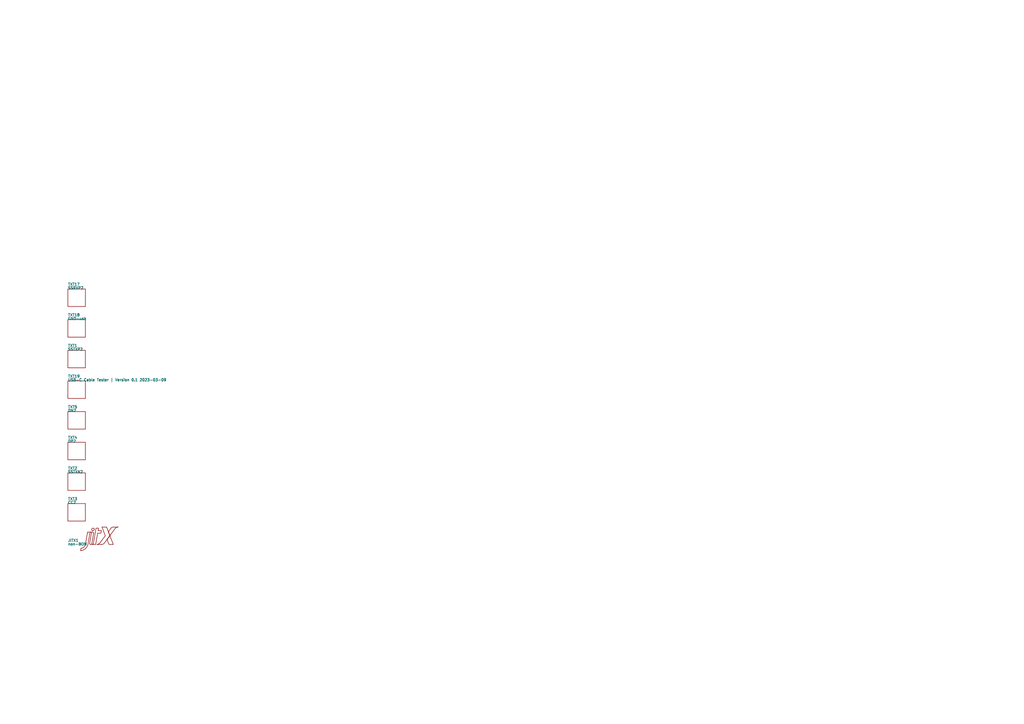
<source format=kicad_sch>
(kicad_sch (version 20230121) (generator jitx)
  (paper "A4")
  (title_block (title "") (date "") (rev "") (company "") (comment 1 "") (comment 2 "") (comment 3 "") (comment 4 ""))
  (lib_symbols
    (symbol "GND"
      (property "Value" "GND" (at -2.54 -3.81 0.0))
      (symbol "GND_1_0"
        (pin power_in line (at 0.0 0.0 270) (length 0.0) (name "GND") (number "~"))
        (polyline (pts (xy 0.0 0.0) (xy 0.0 -1.27)) (stroke (width 0.127)))
        (polyline (pts (xy -1.27 -1.27) (xy 1.27 -1.27)) (stroke (width 0.254)))
        (polyline (pts (xy -0.762 -1.778) (xy 0.762 -1.778)) (stroke (width 0.254)))
        (polyline (pts (xy -0.254 -2.286) (xy 0.254 -2.286)) (stroke (width 0.254)))
      )
    )
    (symbol "header_symbol"
      (property "Reference" "U" (at -2.54 3.81 0.0))
      (property "Value" "header_symbol" (at -2.54 3.175 0.0))
      (symbol "header_symbol_1_0"
        (pin unspecified line (at -5.08 1.27 0) (length 2.54) (name "1") (number "~"))
        (pin unspecified line (at -5.08 -1.27 0) (length 2.54) (name "2") (number "~"))
        (rectangle (start -2.56032 -2.54) (end -0.0203200000000001 2.54) (stroke (width 0.0)))
      )
    )
    (symbol "ALTIUM_POWER_GND_POWER"
      (property "Value" "ALTIUM_POWER_GND_POWER" (at 19.05 -6.35 0.0))
      (symbol "ALTIUM_POWER_GND_POWER_1_0"
        (pin unspecified line (at 0.0 0.0 0) (length 0.0) (name "0") (number "~"))
        (polyline (pts (xy 0.0 0.0) (xy 3.2258 0.0)) (stroke (width 0.127)))
        (polyline (pts (xy 3.2258 -3.556) (xy 3.2258 3.556)) (stroke (width 0.254)))
        (polyline (pts (xy 4.306443 -2.7432) (xy 4.306443 2.7432)) (stroke (width 0.254)))
        (polyline (pts (xy 5.370957 -1.9558) (xy 5.370957 1.9558)) (stroke (width 0.254)))
        (polyline (pts (xy 6.4516 -1.1684) (xy 6.4516 1.1684)) (stroke (width 0.254)))
      )
    )
    (symbol "Sym0402WGJ0750TCE"
      (symbol "Sym0402WGJ0750TCE_1_0"
        (pin unspecified line (at 5.08001016002032 0.0 180) (length 2.54000508001016) (name "2") (number "~"))
        (pin unspecified line (at -5.08001016002032 0.0 0) (length 2.54000508001016) (name "1") (number "~"))
        (rectangle (start -2.54000508001016 -1.01600203200406) (end 2.54000508001016 1.01600203200406) (stroke (width 0.0)))
      )
    )
    (symbol "box_symbol_11L_8R_0T_0B"
      (property "Reference" "U" (at -17.78 16.602 0.0))
      (property "Value" "box_symbol_11L_8R_0T_0B" (at -17.78 15.54 0.0))
      (symbol "box_symbol_11L_8R_0T_0B_1_0"
        (pin unspecified line (at -19.05 12.7 0) (length 2.54) (name "L0") (number "~"))
        (pin unspecified line (at -19.05 10.16 0) (length 2.54) (name "L1") (number "~"))
        (pin unspecified line (at -19.05 7.62 0) (length 2.54) (name "L2") (number "~"))
        (pin unspecified line (at -19.05 5.08 0) (length 2.54) (name "L3") (number "~"))
        (pin unspecified line (at -19.05 2.54 0) (length 2.54) (name "L4") (number "~"))
        (pin unspecified line (at -19.05 0.0 0) (length 2.54) (name "L5") (number "~"))
        (pin unspecified line (at -19.05 -2.54 0) (length 2.54) (name "L6") (number "~"))
        (pin unspecified line (at -19.05 -5.08 0) (length 2.54) (name "L7") (number "~"))
        (pin unspecified line (at -19.05 -7.62 0) (length 2.54) (name "L8") (number "~"))
        (pin unspecified line (at -19.05 -10.16 0) (length 2.54) (name "L9") (number "~"))
        (pin unspecified line (at -19.05 -12.7 0) (length 2.54) (name "L10") (number "~"))
        (pin unspecified line (at 19.05 8.89 180) (length 2.54) (name "R0") (number "~"))
        (pin unspecified line (at 19.05 6.35 180) (length 2.54) (name "R1") (number "~"))
        (pin unspecified line (at 19.05 3.81 180) (length 2.54) (name "R2") (number "~"))
        (pin unspecified line (at 19.05 1.27 180) (length 2.54) (name "R3") (number "~"))
        (pin unspecified line (at 19.05 -1.27 180) (length 2.54) (name "R4") (number "~"))
        (pin unspecified line (at 19.05 -3.81 180) (length 2.54) (name "R5") (number "~"))
        (pin unspecified line (at 19.05 -6.35 180) (length 2.54) (name "R6") (number "~"))
        (pin unspecified line (at 19.05 -8.89 180) (length 2.54) (name "R7") (number "~"))
        (rectangle (start -16.51 -15.24) (end 16.51 15.24) (stroke (width 0.0)))
      )
    )
    (symbol "ground_sym"
      (property "Value" "ground_sym" (at -2.54 -3.81 0.0))
      (symbol "ground_sym_1_0"
        (pin unspecified line (at 0.0 0.0 270) (length 0.0) (name "0") (number "~"))
        (polyline (pts (xy 0.0 0.0) (xy 0.0 -1.27)) (stroke (width 0.127)))
        (polyline (pts (xy -1.27 -1.27) (xy 1.27 -1.27)) (stroke (width 0.254)))
        (polyline (pts (xy -0.762 -1.778) (xy 0.762 -1.778)) (stroke (width 0.254)))
        (polyline (pts (xy -0.254 -2.286) (xy 0.254 -2.286)) (stroke (width 0.254)))
      )
    )
    (symbol "generic_symbol"
      (property "Reference" "U" (at -2.54 3.902 0.0))
      (property "Value" "generic_symbol" (at -2.54 2.84 0.0))
      (symbol "generic_symbol_1_0"
        (rectangle (start -2.54 -2.54) (end 2.54 2.54) (stroke (width 0.0)))
      )
    )
    (symbol "diode_sym"
      (property "Reference" "U" (at 2.54 1.27 0.0))
      (property "Value" "diode_sym" (at 2.54 -1.27 0.0))
      (symbol "diode_sym_1_0"
        (pin unspecified line (at 0.0 2.54 270) (length 0.0) (name "a") (number "~"))
        (pin unspecified line (at 0.0 -2.54 90) (length 0.0) (name "c") (number "~"))
        (circle (center 0.0 0.0) (radius 1.905) (stroke (width 0.0)))
        (polyline (pts (xy 1.27 0.254) (xy 2.286 -0.762)) (stroke (width 0.127)))
        (polyline (pts (xy 1.27 -0.508) (xy 2.286 -1.524)) (stroke (width 0.127)))
        (polyline (pts (xy 1.905 -0.762) (xy 2.286 -0.762) (xy 2.286 -0.381)) (stroke (width 0.127)))
        (polyline (pts (xy 1.905 -1.524) (xy 2.286 -1.524) (xy 2.286 -1.143)) (stroke (width 0.127)))
        (polyline (pts (xy 0.0 2.54) (xy 0.0 1.016)) (stroke (width 0.127)))
        (polyline (pts (xy 0.0 -1.016) (xy 1.27 1.016) (xy -1.27 1.016) (xy 0.0 -1.016)) (stroke (width 0.0)) (fill (type background)))
        (polyline (pts (xy 0.0 -1.016) (xy 0.0 -2.54)) (stroke (width 0.127)))
        (polyline (pts (xy -1.27 -1.016) (xy 1.27 -1.016)) (stroke (width 0.127)))
      )
    )
    (symbol "RS_02K470JT"
      (symbol "RS_02K470JT_1_0"
        (pin unspecified line (at 5.08001016002032 0.0 180) (length 2.54000508001016) (name "2") (number "~"))
        (pin unspecified line (at -5.08001016002032 0.0 0) (length 2.54000508001016) (name "1") (number "~"))
        (rectangle (start -2.54000508001016 -1.01600203200406) (end 2.54000508001016 1.01600203200406) (stroke (width 0.0)))
      )
    )
    (symbol "JITX_symbol"
      (property "Reference" "U" (at -2.54 3.902 0.0))
      (property "Value" "JITX_symbol" (at -2.54 2.84 0.0))
      (symbol "JITX_symbol_1_0"
        (polyline (pts (xy 8.80626775 4.1641535) (xy 9.6444795 5.3075045) (xy 10.64306775 2.736906) (xy 9.40420775 2.7367485) (xy 8.80626775 4.1641535)) (stroke (width 0.0)))
        (polyline (pts (xy 9.6444795 5.3075045) (xy 11.204365675778 7.41173405617841)) (stroke (width 0.0)))
        (arc (start 11.204365675778 7.41173405617841) (mid 11.5715164132218 7.68647346428221) (end 12.02033525 7.780511) (stroke (width 0.0)))
        (polyline (pts (xy 12.02033525 7.780511) (xy 10.7521741568897 7.77915244080762)) (stroke (width 0.0)))
        (arc (start 10.7521741568897 7.77915244080762) (mid 10.3244289019203 7.71659474940583) (end 9.95883526617392 7.48589849585123) (stroke (width 0.0)))
        (polyline (pts (xy 9.95883526617392 7.48589849585123) (xy 9.2135315 6.41686525)) (stroke (width 0.0)))
        (polyline (pts (xy 9.2135315 6.41686525) (xy 9.6444795 5.3075045)) (stroke (width 0.0)))
        (polyline (pts (xy 4.80545275 2.7367835) (xy 5.52213025 2.736801) (xy 6.09744275 6.006396) (xy 7.04751775 6.007796) (xy 7.17619525 6.746366) (xy 6.22827275 6.7467685) (xy 6.35336275 7.4639535) (xy 5.63701775 7.463901) (xy 4.80545275 2.7367835)) (stroke (width 0.0)))
        (arc (start 4.81951158629631 7.46403410472138) (mid 4.56761122169657 7.38909574502682) (end 4.39731705832001 7.1889221969265) (stroke (width 0.0)))
        (polyline (pts (xy 4.39731705832001 7.1889221969265) (xy 4.39731771337896 7.18892347769723)) (stroke (width 0.0)))
        (arc (start 4.39731771337896 7.18892347769723) (mid 4.37903669579069 6.93835280018836) (end 4.54329029777422 6.74824595058332) (stroke (width 0.0)))
        (polyline (pts (xy 4.54329029777422 6.74824595058332) (xy 4.54329042972881 6.74824604286013)) (stroke (width 0.0)))
        (arc (start 4.54329042972881 6.74824604286013) (mid 4.8347064457627 6.7584952028342) (end 5.05014573460892 6.95500029819479) (stroke (width 0.0)))
        (polyline (pts (xy 5.05014573460892 6.95500029819479) (xy 5.0501454400865 6.95500033093321)) (stroke (width 0.0)))
        (arc (start 5.0501454400865 6.95500033093321) (mid 5.11292088648779 7.19473733498076) (end 4.98779016906679 7.4086459400865) (stroke (width 0.0)))
        (polyline (pts (xy 4.98779016906679 7.4086459400865) (xy 4.98779016800714 7.40864611461444)) (stroke (width 0.0)))
        (arc (start 4.98779016800714 7.40864611461444) (mid 4.90690057503162 7.44621327349144) (end 4.81951161284777 7.46403424333775) (stroke (width 0.0)))
        (polyline (pts (xy 4.81951161284777 7.46403424333775) (xy 4.81951158629631 7.46403410472138)) (stroke (width 0.0)))
        (polyline (pts (xy 3.89443775 6.3231635) (xy 3.17699025 6.3231985)) (stroke (width 0.0)))
        (polyline (pts (xy 3.17699025 6.3231985) (xy 2.52209151060913 2.60191506576061)) (stroke (width 0.0)))
        (arc (start 2.52209151060913 2.60191506576061) (mid 2.05675349031717 1.92653195318543) (end 1.2808715 1.660658) (stroke (width 0.0)))
        (polyline (pts (xy 1.2808715 1.660658) (xy 1.16204986761718 0.946150157081704)) (stroke (width 0.0)))
        (arc (start 1.16204986761718 0.946150157081704) (mid 2.47433952610446 1.46740670189427) (end 3.24900260539611 2.64796150657934) (stroke (width 0.0)))
        (polyline (pts (xy 3.24900260539611 2.64796150657934) (xy 3.89443775 6.3231635)) (stroke (width 0.0)))
        (arc (start 4.6536755 2.739566) (mid 4.47355971115545 2.84819051977396) (end 4.42300775 3.05236075) (stroke (width 0.0)))
        (polyline (pts (xy 4.42300775 3.05236075) (xy 4.93274772036982 5.99834598533872)) (stroke (width 0.0)))
        (arc (start 4.93274772036982 5.99834598533872) (mid 4.87164254214732 6.21359196465728) (end 4.67623276466128 6.32258597036982) (stroke (width 0.0)))
        (polyline (pts (xy 4.67623276466128 6.32258597036982) (xy 4.03524193183806 6.32123973631567)) (stroke (width 0.0)))
        (arc (start 4.03524193183806 6.32123973631567) (mid 4.22213158850411 6.21328643348833) (end 4.27976525 6.005296) (stroke (width 0.0)))
        (polyline (pts (xy 4.27976525 6.005296) (xy 3.7661802699951 3.02495606296363)) (stroke (width 0.0)))
        (arc (start 3.7661802699951 3.02495606296363) (mid 3.84086820737184 2.8260933338554) (end 4.03429774834461 2.73828851794516) (stroke (width 0.0)))
        (polyline (pts (xy 4.03429774834461 2.73828851794516) (xy 4.6536755 2.739566)) (stroke (width 0.0)))
        (polyline (pts (xy 8.80626775 4.1641535) (xy 9.6444795 5.3075045)) (stroke (width 0.0)))
        (polyline (pts (xy 9.6444795 5.3075045) (xy 9.2135315 6.41686525)) (stroke (width 0.0)))
        (polyline (pts (xy 9.2135315 6.41686525) (xy 8.68532525 7.776591)) (stroke (width 0.0)))
        (polyline (pts (xy 8.68532525 7.776591) (xy 7.36731275 7.777781)) (stroke (width 0.0)))
        (polyline (pts (xy 7.36731275 7.777781) (xy 8.31381775 5.253301)) (stroke (width 0.0)))
        (polyline (pts (xy 8.31381775 5.253301) (xy 6.69911401210568 3.12239450877699)) (stroke (width 0.0)))
        (arc (start 6.69911401210568 3.12239450877699) (mid 6.34438927313888 2.86083653042072) (end 5.92142775 2.7369585) (stroke (width 0.0)))
        (polyline (pts (xy 5.92142775 2.7369585) (xy 7.20697795987015 2.73714213727357)) (stroke (width 0.0)))
        (arc (start 7.20697795987015 2.73714213727357) (mid 7.6509829133912 2.835530220617) (end 8.01080546865927 3.11364592030973) (stroke (width 0.0)))
        (polyline (pts (xy 8.01080546865927 3.11364592030973) (xy 8.80626775 4.1641535)) (stroke (width 0.0)))
      )
    )
    (symbol "test_point_sym"
      (property "Reference" "U" (at -2.54 1.905 0.0))
      (symbol "test_point_sym_1_0"
        (pin unspecified line (at 2.54 0.0 180) (length 0.0) (name "p") (number "~"))
        (circle (center -1.27 0.0) (radius 0.635) (stroke (width 0.0)))
        (polyline (pts (xy -0.635 0.0) (xy 2.54 0.0)) (stroke (width 0.254)))
      )
    )
    (symbol "RS_02K470JT_1"
      (symbol "RS_02K470JT_1_1_0"
        (pin unspecified line (at 5.08001016002032 0.0 180) (length 2.54000508001016) (name "2") (number "~"))
        (pin unspecified line (at -5.08001016002032 0.0 0) (length 2.54000508001016) (name "1") (number "~"))
        (rectangle (start -2.54000508001016 -1.01600203200406) (end 2.54000508001016 1.01600203200406) (stroke (width 0.0)))
      )
    )
    (symbol "unplated_hole_sym"
      (property "Reference" "U" (at -2.54 1.905 0.0))
      (symbol "unplated_hole_sym_1_0"
        (circle (center -1.27 0.0) (radius 0.635) (stroke (width 0.0)) (fill (type background)))
        (circle (center -1.27 0.0) (radius 1.143) (stroke (width 0.0)))
      )
    )
    (symbol "CC2"
      (property "Reference" "TXT" (at -2.54 3.902 0.0))
      (property "Value" "CC2" (at -2.54 2.84 0.0))
      (symbol "CC2_1_0"
        (rectangle (start -2.54 -2.54) (end 2.54 2.54) (stroke (width 0.0)))
      )
    )
    (symbol "C1096"
      (symbol "C1096_1_0"
        (pin unspecified line (at 5.08001016002032 0.0 180) (length 2.54000508001016) (name "2") (number "2"))
        (pin unspecified line (at -5.08001016002032 0.0 0) (length 2.54000508001016) (name "1") (number "1"))
        (rectangle (start -2.54000508001016 -1.01600203200406) (end 2.54000508001016 1.01600203200406) (stroke (width 0.0)))
      )
    )
    (symbol "LED_maker_ROYGBIV"
      (property "Reference" "LED" (at 2.54 1.27 0.0))
      (property "Value" "LED_maker_ROYGBIV" (at 2.54 -1.27 0.0))
      (symbol "LED_maker_ROYGBIV_1_0"
        (pin unspecified line (at 0.0 2.54 270) (length 0.0) (name "a") (number "1"))
        (pin unspecified line (at 0.0 -2.54 90) (length 0.0) (name "c") (number "2"))
        (circle (center 0.0 0.0) (radius 1.905) (stroke (width 0.0)))
        (polyline (pts (xy 1.27 0.254) (xy 2.286 -0.762)) (stroke (width 0.127)))
        (polyline (pts (xy 1.27 -0.508) (xy 2.286 -1.524)) (stroke (width 0.127)))
        (polyline (pts (xy 1.905 -0.762) (xy 2.286 -0.762) (xy 2.286 -0.381)) (stroke (width 0.127)))
        (polyline (pts (xy 1.905 -1.524) (xy 2.286 -1.524) (xy 2.286 -1.143)) (stroke (width 0.127)))
        (polyline (pts (xy 0.0 2.54) (xy 0.0 1.016)) (stroke (width 0.127)))
        (polyline (pts (xy 0.0 -1.016) (xy 1.27 1.016) (xy -1.27 1.016) (xy 0.0 -1.016)) (stroke (width 0.0)) (fill (type background)))
        (polyline (pts (xy 0.0 -1.016) (xy 0.0 -2.54)) (stroke (width 0.127)))
        (polyline (pts (xy -1.27 -1.016) (xy 1.27 -1.016)) (stroke (width 0.127)))
      )
    )
    (symbol "DP2"
      (property "Reference" "TXT" (at -2.54 3.902 0.0))
      (property "Value" "DP2" (at -2.54 2.84 0.0))
      (symbol "DP2_1_0"
        (rectangle (start -2.54 -2.54) (end 2.54 2.54) (stroke (width 0.0)))
      )
    )
    (symbol "SSRXN1"
      (property "Reference" "TXT" (at -2.54 3.902 0.0))
      (property "Value" "SSRXN1" (at -2.54 2.84 0.0))
      (symbol "SSRXN1_1_0"
        (rectangle (start -2.54 -2.54) (end 2.54 2.54) (stroke (width 0.0)))
      )
    )
    (symbol "SSTXN1"
      (property "Reference" "TXT" (at -2.54 3.902 0.0))
      (property "Value" "SSTXN1" (at -2.54 2.84 0.0))
      (symbol "SSTXN1_1_0"
        (rectangle (start -2.54 -2.54) (end 2.54 2.54) (stroke (width 0.0)))
      )
    )
    (symbol "C1096_1"
      (symbol "C1096_1_1_0"
        (pin unspecified line (at 5.08001016002032 0.0 180) (length 2.54000508001016) (name "2") (number "2"))
        (pin unspecified line (at -5.08001016002032 0.0 0) (length 2.54000508001016) (name "1") (number "1"))
        (rectangle (start -2.54000508001016 -1.01600203200406) (end 2.54000508001016 1.01600203200406) (stroke (width 0.0)))
      )
    )
    (symbol "DN1"
      (property "Reference" "TXT" (at -2.54 3.902 0.0))
      (property "Value" "DN1" (at -2.54 2.84 0.0))
      (symbol "DN1_1_0"
        (rectangle (start -2.54 -2.54) (end 2.54 2.54) (stroke (width 0.0)))
      )
    )
    (symbol "USB_C_Cable_Tester___Version_0_1_2023_03_09"
      (property "Reference" "TXT" (at -2.54 3.902 0.0))
      (property "Value" "USB_C_Cable_Tester___Version_0_1_2023_03_09" (at -2.54 2.84 0.0))
      (symbol "USB_C_Cable_Tester___Version_0_1_2023_03_09_1_0"
        (rectangle (start -2.54 -2.54) (end 2.54 2.54) (stroke (width 0.0)))
      )
    )
    (symbol "SSRXN2"
      (property "Reference" "TXT" (at -2.54 3.902 0.0))
      (property "Value" "SSRXN2" (at -2.54 2.84 0.0))
      (symbol "SSRXN2_1_0"
        (rectangle (start -2.54 -2.54) (end 2.54 2.54) (stroke (width 0.0)))
      )
    )
    (symbol "JITX"
      (property "Reference" "JITX" (at -2.54 3.902 0.0))
      (property "Value" "JITX" (at -2.54 2.84 0.0))
      (symbol "JITX_1_0"
        (polyline (pts (xy 8.80626775 4.1641535) (xy 9.6444795 5.3075045) (xy 10.64306775 2.736906) (xy 9.40420775 2.7367485) (xy 8.80626775 4.1641535)) (stroke (width 0.0)))
        (polyline (pts (xy 9.6444795 5.3075045) (xy 11.204365675778 7.41173405617841)) (stroke (width 0.0)))
        (arc (start 11.204365675778 7.41173405617841) (mid 11.5715164132218 7.68647346428221) (end 12.02033525 7.780511) (stroke (width 0.0)))
        (polyline (pts (xy 12.02033525 7.780511) (xy 10.7521741568897 7.77915244080762)) (stroke (width 0.0)))
        (arc (start 10.7521741568897 7.77915244080762) (mid 10.3244289019203 7.71659474940583) (end 9.95883526617392 7.48589849585123) (stroke (width 0.0)))
        (polyline (pts (xy 9.95883526617392 7.48589849585123) (xy 9.2135315 6.41686525)) (stroke (width 0.0)))
        (polyline (pts (xy 9.2135315 6.41686525) (xy 9.6444795 5.3075045)) (stroke (width 0.0)))
        (polyline (pts (xy 4.80545275 2.7367835) (xy 5.52213025 2.736801) (xy 6.09744275 6.006396) (xy 7.04751775 6.007796) (xy 7.17619525 6.746366) (xy 6.22827275 6.7467685) (xy 6.35336275 7.4639535) (xy 5.63701775 7.463901) (xy 4.80545275 2.7367835)) (stroke (width 0.0)))
        (arc (start 4.81951158629631 7.46403410472138) (mid 4.56761122169657 7.38909574502682) (end 4.39731705832001 7.1889221969265) (stroke (width 0.0)))
        (polyline (pts (xy 4.39731705832001 7.1889221969265) (xy 4.39731771337896 7.18892347769723)) (stroke (width 0.0)))
        (arc (start 4.39731771337896 7.18892347769723) (mid 4.37903669579069 6.93835280018836) (end 4.54329029777422 6.74824595058332) (stroke (width 0.0)))
        (polyline (pts (xy 4.54329029777422 6.74824595058332) (xy 4.54329042972881 6.74824604286013)) (stroke (width 0.0)))
        (arc (start 4.54329042972881 6.74824604286013) (mid 4.8347064457627 6.7584952028342) (end 5.05014573460892 6.95500029819479) (stroke (width 0.0)))
        (polyline (pts (xy 5.05014573460892 6.95500029819479) (xy 5.0501454400865 6.95500033093321)) (stroke (width 0.0)))
        (arc (start 5.0501454400865 6.95500033093321) (mid 5.11292088648779 7.19473733498076) (end 4.98779016906679 7.4086459400865) (stroke (width 0.0)))
        (polyline (pts (xy 4.98779016906679 7.4086459400865) (xy 4.98779016800714 7.40864611461444)) (stroke (width 0.0)))
        (arc (start 4.98779016800714 7.40864611461444) (mid 4.90690057503162 7.44621327349144) (end 4.81951161284777 7.46403424333775) (stroke (width 0.0)))
        (polyline (pts (xy 4.81951161284777 7.46403424333775) (xy 4.81951158629631 7.46403410472138)) (stroke (width 0.0)))
        (polyline (pts (xy 3.89443775 6.3231635) (xy 3.17699025 6.3231985)) (stroke (width 0.0)))
        (polyline (pts (xy 3.17699025 6.3231985) (xy 2.52209151060913 2.60191506576061)) (stroke (width 0.0)))
        (arc (start 2.52209151060913 2.60191506576061) (mid 2.05675349031717 1.92653195318543) (end 1.2808715 1.660658) (stroke (width 0.0)))
        (polyline (pts (xy 1.2808715 1.660658) (xy 1.16204986761718 0.946150157081704)) (stroke (width 0.0)))
        (arc (start 1.16204986761718 0.946150157081704) (mid 2.47433952610446 1.46740670189427) (end 3.24900260539611 2.64796150657934) (stroke (width 0.0)))
        (polyline (pts (xy 3.24900260539611 2.64796150657934) (xy 3.89443775 6.3231635)) (stroke (width 0.0)))
        (arc (start 4.6536755 2.739566) (mid 4.47355971115545 2.84819051977396) (end 4.42300775 3.05236075) (stroke (width 0.0)))
        (polyline (pts (xy 4.42300775 3.05236075) (xy 4.93274772036982 5.99834598533872)) (stroke (width 0.0)))
        (arc (start 4.93274772036982 5.99834598533872) (mid 4.87164254214732 6.21359196465728) (end 4.67623276466128 6.32258597036982) (stroke (width 0.0)))
        (polyline (pts (xy 4.67623276466128 6.32258597036982) (xy 4.03524193183806 6.32123973631567)) (stroke (width 0.0)))
        (arc (start 4.03524193183806 6.32123973631567) (mid 4.22213158850411 6.21328643348833) (end 4.27976525 6.005296) (stroke (width 0.0)))
        (polyline (pts (xy 4.27976525 6.005296) (xy 3.7661802699951 3.02495606296363)) (stroke (width 0.0)))
        (arc (start 3.7661802699951 3.02495606296363) (mid 3.84086820737184 2.8260933338554) (end 4.03429774834461 2.73828851794516) (stroke (width 0.0)))
        (polyline (pts (xy 4.03429774834461 2.73828851794516) (xy 4.6536755 2.739566)) (stroke (width 0.0)))
        (polyline (pts (xy 8.80626775 4.1641535) (xy 9.6444795 5.3075045)) (stroke (width 0.0)))
        (polyline (pts (xy 9.6444795 5.3075045) (xy 9.2135315 6.41686525)) (stroke (width 0.0)))
        (polyline (pts (xy 9.2135315 6.41686525) (xy 8.68532525 7.776591)) (stroke (width 0.0)))
        (polyline (pts (xy 8.68532525 7.776591) (xy 7.36731275 7.777781)) (stroke (width 0.0)))
        (polyline (pts (xy 7.36731275 7.777781) (xy 8.31381775 5.253301)) (stroke (width 0.0)))
        (polyline (pts (xy 8.31381775 5.253301) (xy 6.69911401210568 3.12239450877699)) (stroke (width 0.0)))
        (arc (start 6.69911401210568 3.12239450877699) (mid 6.34438927313888 2.86083653042072) (end 5.92142775 2.7369585) (stroke (width 0.0)))
        (polyline (pts (xy 5.92142775 2.7369585) (xy 7.20697795987015 2.73714213727357)) (stroke (width 0.0)))
        (arc (start 7.20697795987015 2.73714213727357) (mid 7.6509829133912 2.835530220617) (end 8.01080546865927 3.11364592030973) (stroke (width 0.0)))
        (polyline (pts (xy 8.01080546865927 3.11364592030973) (xy 8.80626775 4.1641535)) (stroke (width 0.0)))
      )
    )
    (symbol "component"
      (property "Reference" "B" (at -2.54 3.81 0.0))
      (property "Value" "component" (at -2.54 3.175 0.0))
      (symbol "component_1_0"
        (pin unspecified line (at -5.08 1.27 0) (length 2.54) (name "power_vdd") (number "1"))
        (pin unspecified line (at -5.08 -1.27 0) (length 2.54) (name "power_gnd") (number "2"))
        (rectangle (start -2.56032 -2.54) (end -0.0203200000000001 2.54) (stroke (width 0.0)))
      )
    )
    (symbol "gen_testpad"
      (property "Reference" "U" (at -2.54 1.905 0.0))
      (symbol "gen_testpad_1_0"
        (pin unspecified line (at 2.54 0.0 180) (length 0.0) (name "p") (number "tp"))
        (circle (center -1.27 0.0) (radius 0.635) (stroke (width 0.0)))
        (polyline (pts (xy -0.635 0.0) (xy 2.54 0.0)) (stroke (width 0.254)))
      )
    )
    (symbol "DN2"
      (property "Reference" "TXT" (at -2.54 3.902 0.0))
      (property "Value" "DN2" (at -2.54 2.84 0.0))
      (symbol "DN2_1_0"
        (rectangle (start -2.54 -2.54) (end 2.54 2.54) (stroke (width 0.0)))
      )
    )
    (symbol "SSRXP1"
      (property "Reference" "TXT" (at -2.54 3.902 0.0))
      (property "Value" "SSRXP1" (at -2.54 2.84 0.0))
      (symbol "SSRXP1_1_0"
        (rectangle (start -2.54 -2.54) (end 2.54 2.54) (stroke (width 0.0)))
      )
    )
    (symbol "Generic_Mounting_Hole"
      (property "Reference" "U" (at -2.54 1.905 0.0))
      (symbol "Generic_Mounting_Hole_1_0"
        (circle (center -1.27 0.0) (radius 0.635) (stroke (width 0.0)) (fill (type background)))
        (circle (center -1.27 0.0) (radius 1.143) (stroke (width 0.0)))
      )
    )
    (symbol "CC1"
      (property "Reference" "TXT" (at -2.54 3.902 0.0))
      (property "Value" "CC1" (at -2.54 2.84 0.0))
      (symbol "CC1_1_0"
        (rectangle (start -2.54 -2.54) (end 2.54 2.54) (stroke (width 0.0)))
      )
    )
    (symbol "SSTXP2"
      (property "Reference" "TXT" (at -2.54 3.902 0.0))
      (property "Value" "SSTXP2" (at -2.54 2.84 0.0))
      (symbol "SSTXP2_1_0"
        (rectangle (start -2.54 -2.54) (end 2.54 2.54) (stroke (width 0.0)))
      )
    )
    (symbol "SBU1"
      (property "Reference" "TXT" (at -2.54 3.902 0.0))
      (property "Value" "SBU1" (at -2.54 2.84 0.0))
      (symbol "SBU1_1_0"
        (rectangle (start -2.54 -2.54) (end 2.54 2.54) (stroke (width 0.0)))
      )
    )
    (symbol "SSRXP2"
      (property "Reference" "TXT" (at -2.54 3.902 0.0))
      (property "Value" "SSRXP2" (at -2.54 2.84 0.0))
      (symbol "SSRXP2_1_0"
        (rectangle (start -2.54 -2.54) (end 2.54 2.54) (stroke (width 0.0)))
      )
    )
    (symbol "component_1"
      (property "Reference" "U" (at -17.78 16.602 0.0))
      (property "Value" "component_1" (at -17.78 15.54 0.0))
      (symbol "component_1_1_0"
        (pin unspecified line (at -19.05 12.7 0) (length 2.54) (name "usb-c-pinout_SSRXN2") (number "A10"))
        (pin unspecified line (at -19.05 10.16 0) (length 2.54) (name "usb-c-pinout_SSRXP2") (number "A11"))
        (pin unspecified line (at -19.05 7.62 0) (length 2.54) (name "usb-c-pinout_GND") (number "B1"))
        (pin unspecified line (at -19.05 7.62 0) (length 0.0) (name "usb-c-pinout_GND") (number "B12"))
        (pin unspecified line (at -19.05 7.62 0) (length 0.0) (name "usb-c-pinout_GND") (number "A1"))
        (pin unspecified line (at -19.05 7.62 0) (length 0.0) (name "usb-c-pinout_GND") (number "A12"))
        (pin unspecified line (at -19.05 5.08 0) (length 2.54) (name "usb-c-pinout_SSTXP1") (number "A2"))
        (pin unspecified line (at -19.05 2.54 0) (length 2.54) (name "usb-c-pinout_SSTXN1") (number "A3"))
        (pin unspecified line (at -19.05 0.0 0) (length 2.54) (name "usb-c-pinout_CC1") (number "A5"))
        (pin unspecified line (at -19.05 -2.54 0) (length 2.54) (name "usb-c-pinout_DP1") (number "A6"))
        (pin unspecified line (at -19.05 -5.08 0) (length 2.54) (name "usb-c-pinout_DN1") (number "A7"))
        (pin unspecified line (at -19.05 -7.62 0) (length 2.54) (name "usb-c-pinout_SBU1") (number "A8"))
        (pin unspecified line (at -19.05 -10.16 0) (length 2.54) (name "usb-c-pinout_VBUS") (number "B4"))
        (pin unspecified line (at -19.05 -10.16 0) (length 0.0) (name "usb-c-pinout_VBUS") (number "B9"))
        (pin unspecified line (at -19.05 -10.16 0) (length 0.0) (name "usb-c-pinout_VBUS") (number "A4"))
        (pin unspecified line (at -19.05 -10.16 0) (length 0.0) (name "usb-c-pinout_VBUS") (number "A9"))
        (pin unspecified line (at -19.05 -12.7 0) (length 2.54) (name "usb-c-pinout_shield") (number "S1"))
        (pin unspecified line (at -19.05 -12.7 0) (length 0.0) (name "usb-c-pinout_shield") (number "S2"))
        (pin unspecified line (at -19.05 -12.7 0) (length 0.0) (name "usb-c-pinout_shield") (number "S3"))
        (pin unspecified line (at -19.05 -12.7 0) (length 0.0) (name "usb-c-pinout_shield") (number "S4"))
        (pin unspecified line (at 19.05 8.89 180) (length 2.54) (name "usb-c-pinout_SSRXN1") (number "B10"))
        (pin unspecified line (at 19.05 6.35 180) (length 2.54) (name "usb-c-pinout_SSRXP1") (number "B11"))
        (pin unspecified line (at 19.05 3.81 180) (length 2.54) (name "usb-c-pinout_SSTXP2") (number "B2"))
        (pin unspecified line (at 19.05 1.27 180) (length 2.54) (name "usb-c-pinout_SSTXN2") (number "B3"))
        (pin unspecified line (at 19.05 -1.27 180) (length 2.54) (name "usb-c-pinout_CC2") (number "B5"))
        (pin unspecified line (at 19.05 -3.81 180) (length 2.54) (name "usb-c-pinout_DP2") (number "B6"))
        (pin unspecified line (at 19.05 -6.35 180) (length 2.54) (name "usb-c-pinout_DN2") (number "B7"))
        (pin unspecified line (at 19.05 -8.89 180) (length 2.54) (name "usb-c-pinout_SBU2") (number "B8"))
        (rectangle (start -16.51 -15.24) (end 16.51 15.24) (stroke (width 0.0)))
      )
    )
    (symbol "LED_maker_ROYGBIV_1"
      (property "Reference" "LED" (at 2.54 1.27 0.0))
      (property "Value" "LED_maker_ROYGBIV_1" (at 2.54 -1.27 0.0))
      (symbol "LED_maker_ROYGBIV_1_1_0"
        (pin unspecified line (at 0.0 2.54 270) (length 0.0) (name "a") (number "1"))
        (pin unspecified line (at 0.0 -2.54 90) (length 0.0) (name "c") (number "2"))
        (circle (center 0.0 0.0) (radius 1.905) (stroke (width 0.0)))
        (polyline (pts (xy 1.27 0.254) (xy 2.286 -0.762)) (stroke (width 0.127)))
        (polyline (pts (xy 1.27 -0.508) (xy 2.286 -1.524)) (stroke (width 0.127)))
        (polyline (pts (xy 1.905 -0.762) (xy 2.286 -0.762) (xy 2.286 -0.381)) (stroke (width 0.127)))
        (polyline (pts (xy 1.905 -1.524) (xy 2.286 -1.524) (xy 2.286 -1.143)) (stroke (width 0.127)))
        (polyline (pts (xy 0.0 2.54) (xy 0.0 1.016)) (stroke (width 0.127)))
        (polyline (pts (xy 0.0 -1.016) (xy 1.27 1.016) (xy -1.27 1.016) (xy 0.0 -1.016)) (stroke (width 0.0)) (fill (type background)))
        (polyline (pts (xy 0.0 -1.016) (xy 0.0 -2.54)) (stroke (width 0.127)))
        (polyline (pts (xy -1.27 -1.016) (xy 1.27 -1.016)) (stroke (width 0.127)))
      )
    )
    (symbol "SSTXN2"
      (property "Reference" "TXT" (at -2.54 3.902 0.0))
      (property "Value" "SSTXN2" (at -2.54 2.84 0.0))
      (symbol "SSTXN2_1_0"
        (rectangle (start -2.54 -2.54) (end 2.54 2.54) (stroke (width 0.0)))
      )
    )
    (symbol "SBU2"
      (property "Reference" "TXT" (at -2.54 3.902 0.0))
      (property "Value" "SBU2" (at -2.54 2.84 0.0))
      (symbol "SBU2_1_0"
        (rectangle (start -2.54 -2.54) (end 2.54 2.54) (stroke (width 0.0)))
      )
    )
    (symbol "SSTXP1"
      (property "Reference" "TXT" (at -2.54 3.902 0.0))
      (property "Value" "SSTXP1" (at -2.54 2.84 0.0))
      (symbol "SSTXP1_1_0"
        (rectangle (start -2.54 -2.54) (end 2.54 2.54) (stroke (width 0.0)))
      )
    )
    (symbol "DP1"
      (property "Reference" "TXT" (at -2.54 3.902 0.0))
      (property "Value" "DP1" (at -2.54 2.84 0.0))
      (symbol "DP1_1_0"
        (rectangle (start -2.54 -2.54) (end 2.54 2.54) (stroke (width 0.0)))
      )
    )
    (symbol "C25180"
      (symbol "C25180_1_0"
        (pin unspecified line (at 5.08001016002032 0.0 180) (length 2.54000508001016) (name "2") (number "2"))
        (pin unspecified line (at -5.08001016002032 0.0 0) (length 2.54000508001016) (name "1") (number "1"))
        (rectangle (start -2.54000508001016 -1.01600203200406) (end 2.54000508001016 1.01600203200406) (stroke (width 0.0)))
      )
    )
    (symbol "LED_maker_ROYGBIV_2"
      (property "Reference" "LED" (at 2.54 1.27 0.0))
      (property "Value" "LED_maker_ROYGBIV_2" (at 2.54 -1.27 0.0))
      (symbol "LED_maker_ROYGBIV_2_1_0"
        (pin unspecified line (at 0.0 2.54 270) (length 0.0) (name "a") (number "1"))
        (pin unspecified line (at 0.0 -2.54 90) (length 0.0) (name "c") (number "2"))
        (circle (center 0.0 0.0) (radius 1.905) (stroke (width 0.0)))
        (polyline (pts (xy 1.27 0.254) (xy 2.286 -0.762)) (stroke (width 0.127)))
        (polyline (pts (xy 1.27 -0.508) (xy 2.286 -1.524)) (stroke (width 0.127)))
        (polyline (pts (xy 1.905 -0.762) (xy 2.286 -0.762) (xy 2.286 -0.381)) (stroke (width 0.127)))
        (polyline (pts (xy 1.905 -1.524) (xy 2.286 -1.524) (xy 2.286 -1.143)) (stroke (width 0.127)))
        (polyline (pts (xy 0.0 2.54) (xy 0.0 1.016)) (stroke (width 0.127)))
        (polyline (pts (xy 0.0 -1.016) (xy 1.27 1.016) (xy -1.27 1.016) (xy 0.0 -1.016)) (stroke (width 0.0)) (fill (type background)))
        (polyline (pts (xy 0.0 -1.016) (xy 0.0 -2.54)) (stroke (width 0.127)))
        (polyline (pts (xy -1.27 -1.016) (xy 1.27 -1.016)) (stroke (width 0.127)))
      )
    )
    (symbol "VBUS"
      (property "Reference" "TXT" (at -2.54 3.902 0.0))
      (property "Value" "VBUS" (at -2.54 2.84 0.0))
      (symbol "VBUS_1_0"
        (rectangle (start -2.54 -2.54) (end 2.54 2.54) (stroke (width 0.0)))
      )
    )
    (symbol "GND_usb"
      (property "Reference" "TXT" (at -2.54 3.902 0.0))
      (property "Value" "GND_usb" (at -2.54 2.84 0.0))
      (symbol "GND_usb_1_0"
        (rectangle (start -2.54 -2.54) (end 2.54 2.54) (stroke (width 0.0)))
      )
    )
  )
  (symbol (lib_id "GND_usb") (at 22.225 95.25 0.0) (unit 1)
    (property "Reference" "TXT18" (at 19.685 91.348 0.0) (effects (font (size 0.762 0.762)) (justify left)))
    (property "Value" "GND-usb" (at 19.685 92.41 0.0) (effects (font (size 0.762 0.762)) (justify left)))
    (property "Footprint" "CAD:TEXT_LP" (effects hide))
    (property "Name" "test-led_my-label" (effects hide))
    (property "Description" "GND-usb" (effects hide))
    (property "Manufacturer" "non-BOM" (effects hide))
    (property "MPN" "GND-usb" (effects hide))
    (property "Reference-prefix" "TXT" (effects hide))
  )
  (symbol (lib_id "SSRXP2") (at 22.225 86.36 0.0) (unit 1)
    (property "Reference" "TXT17" (at 19.685 82.458 0.0) (effects (font (size 0.762 0.762)) (justify left)))
    (property "Value" "SSRXP2" (at 19.685 83.52 0.0) (effects (font (size 0.762 0.762)) (justify left)))
    (property "Footprint" "CAD:TEXT_LP_13" (effects hide))
    (property "Name" "test-led_my-label" (effects hide))
    (property "Description" "SSRXP2" (effects hide))
    (property "Manufacturer" "non-BOM" (effects hide))
    (property "MPN" "SSRXP2" (effects hide))
    (property "Reference-prefix" "TXT" (effects hide))
  )
  (symbol (lib_id "DN2") (at 22.225 121.92 0.0) (unit 1)
    (property "Reference" "TXT5" (at 19.685 118.018 0.0) (effects (font (size 0.762 0.762)) (justify left)))
    (property "Value" "DN2" (at 19.685 119.08 0.0) (effects (font (size 0.762 0.762)) (justify left)))
    (property "Footprint" "CAD:TEXT_LP_8" (effects hide))
    (property "Name" "test-led_my-label" (effects hide))
    (property "Description" "DN2" (effects hide))
    (property "Manufacturer" "non-BOM" (effects hide))
    (property "MPN" "DN2" (effects hide))
    (property "Reference-prefix" "TXT" (effects hide))
  )
  (symbol (lib_id "DP2") (at 22.225 130.81 0.0) (unit 1)
    (property "Reference" "TXT4" (at 19.685 126.908 0.0) (effects (font (size 0.762 0.762)) (justify left)))
    (property "Value" "DP2" (at 19.685 127.97 0.0) (effects (font (size 0.762 0.762)) (justify left)))
    (property "Footprint" "CAD:TEXT_LP_2" (effects hide))
    (property "Name" "test-led_my-label" (effects hide))
    (property "Description" "DP2" (effects hide))
    (property "Manufacturer" "non-BOM" (effects hide))
    (property "MPN" "DP2" (effects hide))
    (property "Reference-prefix" "TXT" (effects hide))
  )
  (symbol (lib_id "CC2") (at 22.225 148.59 0.0) (unit 1)
    (property "Reference" "TXT3" (at 19.685 144.688 0.0) (effects (font (size 0.762 0.762)) (justify left)))
    (property "Value" "CC2" (at 19.685 145.75 0.0) (effects (font (size 0.762 0.762)) (justify left)))
    (property "Footprint" "CAD:TEXT_LP_1" (effects hide))
    (property "Name" "test-led_my-label" (effects hide))
    (property "Description" "CC2" (effects hide))
    (property "Manufacturer" "non-BOM" (effects hide))
    (property "MPN" "CC2" (effects hide))
    (property "Reference-prefix" "TXT" (effects hide))
  )
  (symbol (lib_id "JITX") (at 22.225 160.655 0.0) (unit 1)
    (property "Reference" "JITX1" (at 19.685 156.753 0.0) (effects (font (size 0.762 0.762)) (justify left)))
    (property "Value" "non-BOM" (at 19.685 157.815 0.0) (effects (font (size 0.762 0.762)) (justify left)))
    (property "Footprint" "CAD:JITX_SM_LP" (effects hide))
    (property "Name" "logo" (effects hide))
    (property "Description" "JITX Logo" (effects hide))
    (property "Manufacturer" "non-BOM" (effects hide))
    (property "MPN" "non-BOM" (effects hide))
    (property "Reference-prefix" "JITX" (effects hide))
  )
  (symbol (lib_id "USB_C_Cable_Tester___Version_0_1_2023_03_09") (at 22.225 113.03 0.0) (unit 1)
    (property "Reference" "TXT19" (at 19.685 109.128 0.0) (effects (font (size 0.762 0.762)) (justify left)))
    (property "Value" "USB-C Cable Tester | Version 0.1 2023-03-09" (at 19.685 110.19 0.0) (effects (font (size 0.762 0.762)) (justify left)))
    (property "Footprint" "CAD:TEXT_LP_6" (effects hide))
    (property "Name" "version-label" (effects hide))
    (property "Description" "USB-C Cable Tester | Version 0.1 2023-03-09" (effects hide))
    (property "Manufacturer" "non-BOM" (effects hide))
    (property "MPN" "USB-C Cable Tester | Version 0.1 2023-03-09" (effects hide))
    (property "Reference-prefix" "TXT" (effects hide))
  )
  (symbol (lib_id "SSTXN2") (at 22.225 139.7 0.0) (unit 1)
    (property "Reference" "TXT2" (at 19.685 135.798 0.0) (effects (font (size 0.762 0.762)) (justify left)))
    (property "Value" "SSTXN2" (at 19.685 136.86 0.0) (effects (font (size 0.762 0.762)) (justify left)))
    (property "Footprint" "CAD:TEXT_LP_14" (effects hide))
    (property "Name" "test-led_my-label" (effects hide))
    (property "Description" "SSTXN2" (effects hide))
    (property "Manufacturer" "non-BOM" (effects hide))
    (property "MPN" "SSTXN2" (effects hide))
    (property "Reference-prefix" "TXT" (effects hide))
  )
  (symbol (lib_id "SSTXP2") (at 22.225 104.14 0.0) (unit 1)
    (property "Reference" "TXT1" (at 19.685 100.238 0.0) (effects (font (size 0.762 0.762)) (justify left)))
    (property "Value" "SSTXP2" (at 19.685 101.3 0.0) (effects (font (size 0.762 0.762)) (justify left)))
    (property "Footprint" "CAD:TEXT_LP_11" (effects hide))
    (property "Name" "test-led_my-label" (effects hide))
    (property "Description" "SSTXP2" (effects hide))
    (property "Manufacturer" "non-BOM" (effects hide))
    (property "MPN" "SSTXP2" (effects hide))
    (property "Reference-prefix" "TXT" (effects hide))
  )
)
</source>
